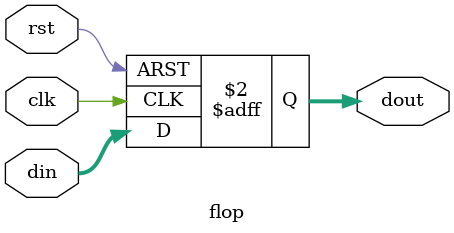
<source format=v>
module flop(din,dout,clk,rst);
parameter width = 32;

  input [width-1:0] din;
  input clk,rst;
  output reg [width-1:0] dout;

always@(posedge clk or posedge rst)
  if(rst) dout = 0;
  else dout = din;

endmodule


</source>
